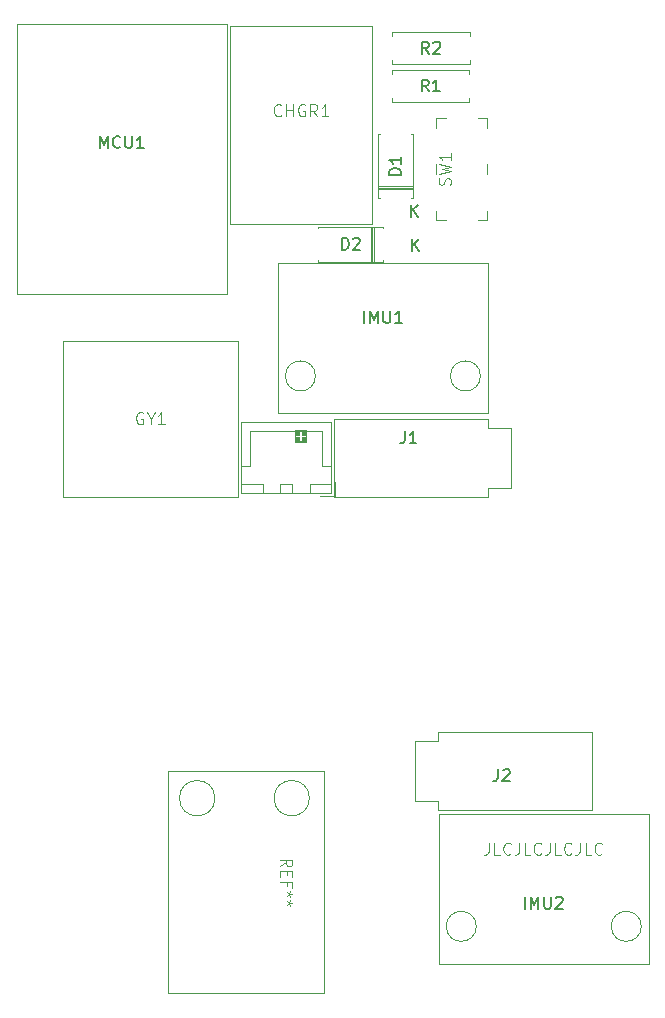
<source format=gto>
G04 #@! TF.GenerationSoftware,KiCad,Pcbnew,9.0.2*
G04 #@! TF.CreationDate,2025-07-09T02:03:57-04:00*
G04 #@! TF.ProjectId,FBT,4642542e-6b69-4636-9164-5f7063625858,rev?*
G04 #@! TF.SameCoordinates,Original*
G04 #@! TF.FileFunction,Legend,Top*
G04 #@! TF.FilePolarity,Positive*
%FSLAX46Y46*%
G04 Gerber Fmt 4.6, Leading zero omitted, Abs format (unit mm)*
G04 Created by KiCad (PCBNEW 9.0.2) date 2025-07-09 02:03:57*
%MOMM*%
%LPD*%
G01*
G04 APERTURE LIST*
%ADD10C,0.100000*%
%ADD11C,0.150000*%
%ADD12C,0.120000*%
G04 APERTURE END LIST*
D10*
X169989598Y-119272419D02*
X169989598Y-119986704D01*
X169989598Y-119986704D02*
X169941979Y-120129561D01*
X169941979Y-120129561D02*
X169846741Y-120224800D01*
X169846741Y-120224800D02*
X169703884Y-120272419D01*
X169703884Y-120272419D02*
X169608646Y-120272419D01*
X170941979Y-120272419D02*
X170465789Y-120272419D01*
X170465789Y-120272419D02*
X170465789Y-119272419D01*
X171846741Y-120177180D02*
X171799122Y-120224800D01*
X171799122Y-120224800D02*
X171656265Y-120272419D01*
X171656265Y-120272419D02*
X171561027Y-120272419D01*
X171561027Y-120272419D02*
X171418170Y-120224800D01*
X171418170Y-120224800D02*
X171322932Y-120129561D01*
X171322932Y-120129561D02*
X171275313Y-120034323D01*
X171275313Y-120034323D02*
X171227694Y-119843847D01*
X171227694Y-119843847D02*
X171227694Y-119700990D01*
X171227694Y-119700990D02*
X171275313Y-119510514D01*
X171275313Y-119510514D02*
X171322932Y-119415276D01*
X171322932Y-119415276D02*
X171418170Y-119320038D01*
X171418170Y-119320038D02*
X171561027Y-119272419D01*
X171561027Y-119272419D02*
X171656265Y-119272419D01*
X171656265Y-119272419D02*
X171799122Y-119320038D01*
X171799122Y-119320038D02*
X171846741Y-119367657D01*
X172561027Y-119272419D02*
X172561027Y-119986704D01*
X172561027Y-119986704D02*
X172513408Y-120129561D01*
X172513408Y-120129561D02*
X172418170Y-120224800D01*
X172418170Y-120224800D02*
X172275313Y-120272419D01*
X172275313Y-120272419D02*
X172180075Y-120272419D01*
X173513408Y-120272419D02*
X173037218Y-120272419D01*
X173037218Y-120272419D02*
X173037218Y-119272419D01*
X174418170Y-120177180D02*
X174370551Y-120224800D01*
X174370551Y-120224800D02*
X174227694Y-120272419D01*
X174227694Y-120272419D02*
X174132456Y-120272419D01*
X174132456Y-120272419D02*
X173989599Y-120224800D01*
X173989599Y-120224800D02*
X173894361Y-120129561D01*
X173894361Y-120129561D02*
X173846742Y-120034323D01*
X173846742Y-120034323D02*
X173799123Y-119843847D01*
X173799123Y-119843847D02*
X173799123Y-119700990D01*
X173799123Y-119700990D02*
X173846742Y-119510514D01*
X173846742Y-119510514D02*
X173894361Y-119415276D01*
X173894361Y-119415276D02*
X173989599Y-119320038D01*
X173989599Y-119320038D02*
X174132456Y-119272419D01*
X174132456Y-119272419D02*
X174227694Y-119272419D01*
X174227694Y-119272419D02*
X174370551Y-119320038D01*
X174370551Y-119320038D02*
X174418170Y-119367657D01*
X175132456Y-119272419D02*
X175132456Y-119986704D01*
X175132456Y-119986704D02*
X175084837Y-120129561D01*
X175084837Y-120129561D02*
X174989599Y-120224800D01*
X174989599Y-120224800D02*
X174846742Y-120272419D01*
X174846742Y-120272419D02*
X174751504Y-120272419D01*
X176084837Y-120272419D02*
X175608647Y-120272419D01*
X175608647Y-120272419D02*
X175608647Y-119272419D01*
X176989599Y-120177180D02*
X176941980Y-120224800D01*
X176941980Y-120224800D02*
X176799123Y-120272419D01*
X176799123Y-120272419D02*
X176703885Y-120272419D01*
X176703885Y-120272419D02*
X176561028Y-120224800D01*
X176561028Y-120224800D02*
X176465790Y-120129561D01*
X176465790Y-120129561D02*
X176418171Y-120034323D01*
X176418171Y-120034323D02*
X176370552Y-119843847D01*
X176370552Y-119843847D02*
X176370552Y-119700990D01*
X176370552Y-119700990D02*
X176418171Y-119510514D01*
X176418171Y-119510514D02*
X176465790Y-119415276D01*
X176465790Y-119415276D02*
X176561028Y-119320038D01*
X176561028Y-119320038D02*
X176703885Y-119272419D01*
X176703885Y-119272419D02*
X176799123Y-119272419D01*
X176799123Y-119272419D02*
X176941980Y-119320038D01*
X176941980Y-119320038D02*
X176989599Y-119367657D01*
X177703885Y-119272419D02*
X177703885Y-119986704D01*
X177703885Y-119986704D02*
X177656266Y-120129561D01*
X177656266Y-120129561D02*
X177561028Y-120224800D01*
X177561028Y-120224800D02*
X177418171Y-120272419D01*
X177418171Y-120272419D02*
X177322933Y-120272419D01*
X178656266Y-120272419D02*
X178180076Y-120272419D01*
X178180076Y-120272419D02*
X178180076Y-119272419D01*
X179561028Y-120177180D02*
X179513409Y-120224800D01*
X179513409Y-120224800D02*
X179370552Y-120272419D01*
X179370552Y-120272419D02*
X179275314Y-120272419D01*
X179275314Y-120272419D02*
X179132457Y-120224800D01*
X179132457Y-120224800D02*
X179037219Y-120129561D01*
X179037219Y-120129561D02*
X178989600Y-120034323D01*
X178989600Y-120034323D02*
X178941981Y-119843847D01*
X178941981Y-119843847D02*
X178941981Y-119700990D01*
X178941981Y-119700990D02*
X178989600Y-119510514D01*
X178989600Y-119510514D02*
X179037219Y-119415276D01*
X179037219Y-119415276D02*
X179132457Y-119320038D01*
X179132457Y-119320038D02*
X179275314Y-119272419D01*
X179275314Y-119272419D02*
X179370552Y-119272419D01*
X179370552Y-119272419D02*
X179513409Y-119320038D01*
X179513409Y-119320038D02*
X179561028Y-119367657D01*
G36*
X154623094Y-85429724D02*
G01*
X153546579Y-85429724D01*
X153546579Y-84872332D01*
X153657690Y-84872332D01*
X153657690Y-84910600D01*
X153684750Y-84937660D01*
X153703884Y-84941466D01*
X154034836Y-84941466D01*
X154034836Y-85272419D01*
X154038642Y-85291553D01*
X154065702Y-85318613D01*
X154103970Y-85318613D01*
X154131030Y-85291553D01*
X154134836Y-85272419D01*
X154134836Y-84941466D01*
X154465789Y-84941466D01*
X154484923Y-84937660D01*
X154511983Y-84910600D01*
X154511983Y-84872332D01*
X154484923Y-84845272D01*
X154465789Y-84841466D01*
X154134836Y-84841466D01*
X154134836Y-84510514D01*
X154131030Y-84491380D01*
X154103970Y-84464320D01*
X154065702Y-84464320D01*
X154038642Y-84491380D01*
X154034836Y-84510514D01*
X154034836Y-84841466D01*
X153703884Y-84841466D01*
X153684750Y-84845272D01*
X153657690Y-84872332D01*
X153546579Y-84872332D01*
X153546579Y-84353209D01*
X154623094Y-84353209D01*
X154623094Y-85429724D01*
G37*
X152409523Y-57662180D02*
X152361904Y-57709800D01*
X152361904Y-57709800D02*
X152219047Y-57757419D01*
X152219047Y-57757419D02*
X152123809Y-57757419D01*
X152123809Y-57757419D02*
X151980952Y-57709800D01*
X151980952Y-57709800D02*
X151885714Y-57614561D01*
X151885714Y-57614561D02*
X151838095Y-57519323D01*
X151838095Y-57519323D02*
X151790476Y-57328847D01*
X151790476Y-57328847D02*
X151790476Y-57185990D01*
X151790476Y-57185990D02*
X151838095Y-56995514D01*
X151838095Y-56995514D02*
X151885714Y-56900276D01*
X151885714Y-56900276D02*
X151980952Y-56805038D01*
X151980952Y-56805038D02*
X152123809Y-56757419D01*
X152123809Y-56757419D02*
X152219047Y-56757419D01*
X152219047Y-56757419D02*
X152361904Y-56805038D01*
X152361904Y-56805038D02*
X152409523Y-56852657D01*
X152838095Y-57757419D02*
X152838095Y-56757419D01*
X152838095Y-57233609D02*
X153409523Y-57233609D01*
X153409523Y-57757419D02*
X153409523Y-56757419D01*
X154409523Y-56805038D02*
X154314285Y-56757419D01*
X154314285Y-56757419D02*
X154171428Y-56757419D01*
X154171428Y-56757419D02*
X154028571Y-56805038D01*
X154028571Y-56805038D02*
X153933333Y-56900276D01*
X153933333Y-56900276D02*
X153885714Y-56995514D01*
X153885714Y-56995514D02*
X153838095Y-57185990D01*
X153838095Y-57185990D02*
X153838095Y-57328847D01*
X153838095Y-57328847D02*
X153885714Y-57519323D01*
X153885714Y-57519323D02*
X153933333Y-57614561D01*
X153933333Y-57614561D02*
X154028571Y-57709800D01*
X154028571Y-57709800D02*
X154171428Y-57757419D01*
X154171428Y-57757419D02*
X154266666Y-57757419D01*
X154266666Y-57757419D02*
X154409523Y-57709800D01*
X154409523Y-57709800D02*
X154457142Y-57662180D01*
X154457142Y-57662180D02*
X154457142Y-57328847D01*
X154457142Y-57328847D02*
X154266666Y-57328847D01*
X155457142Y-57757419D02*
X155123809Y-57281228D01*
X154885714Y-57757419D02*
X154885714Y-56757419D01*
X154885714Y-56757419D02*
X155266666Y-56757419D01*
X155266666Y-56757419D02*
X155361904Y-56805038D01*
X155361904Y-56805038D02*
X155409523Y-56852657D01*
X155409523Y-56852657D02*
X155457142Y-56947895D01*
X155457142Y-56947895D02*
X155457142Y-57090752D01*
X155457142Y-57090752D02*
X155409523Y-57185990D01*
X155409523Y-57185990D02*
X155361904Y-57233609D01*
X155361904Y-57233609D02*
X155266666Y-57281228D01*
X155266666Y-57281228D02*
X154885714Y-57281228D01*
X156409523Y-57757419D02*
X155838095Y-57757419D01*
X156123809Y-57757419D02*
X156123809Y-56757419D01*
X156123809Y-56757419D02*
X156028571Y-56900276D01*
X156028571Y-56900276D02*
X155933333Y-56995514D01*
X155933333Y-56995514D02*
X155838095Y-57043133D01*
D11*
X137066667Y-60454819D02*
X137066667Y-59454819D01*
X137066667Y-59454819D02*
X137400000Y-60169104D01*
X137400000Y-60169104D02*
X137733333Y-59454819D01*
X137733333Y-59454819D02*
X137733333Y-60454819D01*
X138780952Y-60359580D02*
X138733333Y-60407200D01*
X138733333Y-60407200D02*
X138590476Y-60454819D01*
X138590476Y-60454819D02*
X138495238Y-60454819D01*
X138495238Y-60454819D02*
X138352381Y-60407200D01*
X138352381Y-60407200D02*
X138257143Y-60311961D01*
X138257143Y-60311961D02*
X138209524Y-60216723D01*
X138209524Y-60216723D02*
X138161905Y-60026247D01*
X138161905Y-60026247D02*
X138161905Y-59883390D01*
X138161905Y-59883390D02*
X138209524Y-59692914D01*
X138209524Y-59692914D02*
X138257143Y-59597676D01*
X138257143Y-59597676D02*
X138352381Y-59502438D01*
X138352381Y-59502438D02*
X138495238Y-59454819D01*
X138495238Y-59454819D02*
X138590476Y-59454819D01*
X138590476Y-59454819D02*
X138733333Y-59502438D01*
X138733333Y-59502438D02*
X138780952Y-59550057D01*
X139209524Y-59454819D02*
X139209524Y-60264342D01*
X139209524Y-60264342D02*
X139257143Y-60359580D01*
X139257143Y-60359580D02*
X139304762Y-60407200D01*
X139304762Y-60407200D02*
X139400000Y-60454819D01*
X139400000Y-60454819D02*
X139590476Y-60454819D01*
X139590476Y-60454819D02*
X139685714Y-60407200D01*
X139685714Y-60407200D02*
X139733333Y-60359580D01*
X139733333Y-60359580D02*
X139780952Y-60264342D01*
X139780952Y-60264342D02*
X139780952Y-59454819D01*
X140780952Y-60454819D02*
X140209524Y-60454819D01*
X140495238Y-60454819D02*
X140495238Y-59454819D01*
X140495238Y-59454819D02*
X140400000Y-59597676D01*
X140400000Y-59597676D02*
X140304762Y-59692914D01*
X140304762Y-59692914D02*
X140209524Y-59740533D01*
X162554819Y-62728094D02*
X161554819Y-62728094D01*
X161554819Y-62728094D02*
X161554819Y-62489999D01*
X161554819Y-62489999D02*
X161602438Y-62347142D01*
X161602438Y-62347142D02*
X161697676Y-62251904D01*
X161697676Y-62251904D02*
X161792914Y-62204285D01*
X161792914Y-62204285D02*
X161983390Y-62156666D01*
X161983390Y-62156666D02*
X162126247Y-62156666D01*
X162126247Y-62156666D02*
X162316723Y-62204285D01*
X162316723Y-62204285D02*
X162411961Y-62251904D01*
X162411961Y-62251904D02*
X162507200Y-62347142D01*
X162507200Y-62347142D02*
X162554819Y-62489999D01*
X162554819Y-62489999D02*
X162554819Y-62728094D01*
X162554819Y-61204285D02*
X162554819Y-61775713D01*
X162554819Y-61489999D02*
X161554819Y-61489999D01*
X161554819Y-61489999D02*
X161697676Y-61585237D01*
X161697676Y-61585237D02*
X161792914Y-61680475D01*
X161792914Y-61680475D02*
X161840533Y-61775713D01*
X163438095Y-66254819D02*
X163438095Y-65254819D01*
X164009523Y-66254819D02*
X163580952Y-65683390D01*
X164009523Y-65254819D02*
X163438095Y-65826247D01*
X170766666Y-113054819D02*
X170766666Y-113769104D01*
X170766666Y-113769104D02*
X170719047Y-113911961D01*
X170719047Y-113911961D02*
X170623809Y-114007200D01*
X170623809Y-114007200D02*
X170480952Y-114054819D01*
X170480952Y-114054819D02*
X170385714Y-114054819D01*
X171195238Y-113150057D02*
X171242857Y-113102438D01*
X171242857Y-113102438D02*
X171338095Y-113054819D01*
X171338095Y-113054819D02*
X171576190Y-113054819D01*
X171576190Y-113054819D02*
X171671428Y-113102438D01*
X171671428Y-113102438D02*
X171719047Y-113150057D01*
X171719047Y-113150057D02*
X171766666Y-113245295D01*
X171766666Y-113245295D02*
X171766666Y-113340533D01*
X171766666Y-113340533D02*
X171719047Y-113483390D01*
X171719047Y-113483390D02*
X171147619Y-114054819D01*
X171147619Y-114054819D02*
X171766666Y-114054819D01*
X157551905Y-69054819D02*
X157551905Y-68054819D01*
X157551905Y-68054819D02*
X157790000Y-68054819D01*
X157790000Y-68054819D02*
X157932857Y-68102438D01*
X157932857Y-68102438D02*
X158028095Y-68197676D01*
X158028095Y-68197676D02*
X158075714Y-68292914D01*
X158075714Y-68292914D02*
X158123333Y-68483390D01*
X158123333Y-68483390D02*
X158123333Y-68626247D01*
X158123333Y-68626247D02*
X158075714Y-68816723D01*
X158075714Y-68816723D02*
X158028095Y-68911961D01*
X158028095Y-68911961D02*
X157932857Y-69007200D01*
X157932857Y-69007200D02*
X157790000Y-69054819D01*
X157790000Y-69054819D02*
X157551905Y-69054819D01*
X158504286Y-68150057D02*
X158551905Y-68102438D01*
X158551905Y-68102438D02*
X158647143Y-68054819D01*
X158647143Y-68054819D02*
X158885238Y-68054819D01*
X158885238Y-68054819D02*
X158980476Y-68102438D01*
X158980476Y-68102438D02*
X159028095Y-68150057D01*
X159028095Y-68150057D02*
X159075714Y-68245295D01*
X159075714Y-68245295D02*
X159075714Y-68340533D01*
X159075714Y-68340533D02*
X159028095Y-68483390D01*
X159028095Y-68483390D02*
X158456667Y-69054819D01*
X158456667Y-69054819D02*
X159075714Y-69054819D01*
X163478095Y-69154819D02*
X163478095Y-68154819D01*
X164049523Y-69154819D02*
X163620952Y-68583390D01*
X164049523Y-68154819D02*
X163478095Y-68726247D01*
X162866666Y-84454819D02*
X162866666Y-85169104D01*
X162866666Y-85169104D02*
X162819047Y-85311961D01*
X162819047Y-85311961D02*
X162723809Y-85407200D01*
X162723809Y-85407200D02*
X162580952Y-85454819D01*
X162580952Y-85454819D02*
X162485714Y-85454819D01*
X163866666Y-85454819D02*
X163295238Y-85454819D01*
X163580952Y-85454819D02*
X163580952Y-84454819D01*
X163580952Y-84454819D02*
X163485714Y-84597676D01*
X163485714Y-84597676D02*
X163390476Y-84692914D01*
X163390476Y-84692914D02*
X163295238Y-84740533D01*
D10*
X166709800Y-63583332D02*
X166757419Y-63440475D01*
X166757419Y-63440475D02*
X166757419Y-63202380D01*
X166757419Y-63202380D02*
X166709800Y-63107142D01*
X166709800Y-63107142D02*
X166662180Y-63059523D01*
X166662180Y-63059523D02*
X166566942Y-63011904D01*
X166566942Y-63011904D02*
X166471704Y-63011904D01*
X166471704Y-63011904D02*
X166376466Y-63059523D01*
X166376466Y-63059523D02*
X166328847Y-63107142D01*
X166328847Y-63107142D02*
X166281228Y-63202380D01*
X166281228Y-63202380D02*
X166233609Y-63392856D01*
X166233609Y-63392856D02*
X166185990Y-63488094D01*
X166185990Y-63488094D02*
X166138371Y-63535713D01*
X166138371Y-63535713D02*
X166043133Y-63583332D01*
X166043133Y-63583332D02*
X165947895Y-63583332D01*
X165947895Y-63583332D02*
X165852657Y-63535713D01*
X165852657Y-63535713D02*
X165805038Y-63488094D01*
X165805038Y-63488094D02*
X165757419Y-63392856D01*
X165757419Y-63392856D02*
X165757419Y-63154761D01*
X165757419Y-63154761D02*
X165805038Y-63011904D01*
X165757419Y-62678570D02*
X166757419Y-62440475D01*
X166757419Y-62440475D02*
X166043133Y-62249999D01*
X166043133Y-62249999D02*
X166757419Y-62059523D01*
X166757419Y-62059523D02*
X165757419Y-61821428D01*
X166757419Y-60916666D02*
X166757419Y-61488094D01*
X166757419Y-61202380D02*
X165757419Y-61202380D01*
X165757419Y-61202380D02*
X165900276Y-61297618D01*
X165900276Y-61297618D02*
X165995514Y-61392856D01*
X165995514Y-61392856D02*
X166043133Y-61488094D01*
X140687142Y-82885038D02*
X140591904Y-82837419D01*
X140591904Y-82837419D02*
X140449047Y-82837419D01*
X140449047Y-82837419D02*
X140306190Y-82885038D01*
X140306190Y-82885038D02*
X140210952Y-82980276D01*
X140210952Y-82980276D02*
X140163333Y-83075514D01*
X140163333Y-83075514D02*
X140115714Y-83265990D01*
X140115714Y-83265990D02*
X140115714Y-83408847D01*
X140115714Y-83408847D02*
X140163333Y-83599323D01*
X140163333Y-83599323D02*
X140210952Y-83694561D01*
X140210952Y-83694561D02*
X140306190Y-83789800D01*
X140306190Y-83789800D02*
X140449047Y-83837419D01*
X140449047Y-83837419D02*
X140544285Y-83837419D01*
X140544285Y-83837419D02*
X140687142Y-83789800D01*
X140687142Y-83789800D02*
X140734761Y-83742180D01*
X140734761Y-83742180D02*
X140734761Y-83408847D01*
X140734761Y-83408847D02*
X140544285Y-83408847D01*
X141353809Y-83361228D02*
X141353809Y-83837419D01*
X141020476Y-82837419D02*
X141353809Y-83361228D01*
X141353809Y-83361228D02*
X141687142Y-82837419D01*
X142544285Y-83837419D02*
X141972857Y-83837419D01*
X142258571Y-83837419D02*
X142258571Y-82837419D01*
X142258571Y-82837419D02*
X142163333Y-82980276D01*
X142163333Y-82980276D02*
X142068095Y-83075514D01*
X142068095Y-83075514D02*
X141972857Y-83123133D01*
D11*
X173048572Y-124854819D02*
X173048572Y-123854819D01*
X173524762Y-124854819D02*
X173524762Y-123854819D01*
X173524762Y-123854819D02*
X173858095Y-124569104D01*
X173858095Y-124569104D02*
X174191428Y-123854819D01*
X174191428Y-123854819D02*
X174191428Y-124854819D01*
X174667619Y-123854819D02*
X174667619Y-124664342D01*
X174667619Y-124664342D02*
X174715238Y-124759580D01*
X174715238Y-124759580D02*
X174762857Y-124807200D01*
X174762857Y-124807200D02*
X174858095Y-124854819D01*
X174858095Y-124854819D02*
X175048571Y-124854819D01*
X175048571Y-124854819D02*
X175143809Y-124807200D01*
X175143809Y-124807200D02*
X175191428Y-124759580D01*
X175191428Y-124759580D02*
X175239047Y-124664342D01*
X175239047Y-124664342D02*
X175239047Y-123854819D01*
X175667619Y-123950057D02*
X175715238Y-123902438D01*
X175715238Y-123902438D02*
X175810476Y-123854819D01*
X175810476Y-123854819D02*
X176048571Y-123854819D01*
X176048571Y-123854819D02*
X176143809Y-123902438D01*
X176143809Y-123902438D02*
X176191428Y-123950057D01*
X176191428Y-123950057D02*
X176239047Y-124045295D01*
X176239047Y-124045295D02*
X176239047Y-124140533D01*
X176239047Y-124140533D02*
X176191428Y-124283390D01*
X176191428Y-124283390D02*
X175620000Y-124854819D01*
X175620000Y-124854819D02*
X176239047Y-124854819D01*
D10*
X152342580Y-121272666D02*
X152818771Y-120939333D01*
X152342580Y-120701238D02*
X153342580Y-120701238D01*
X153342580Y-120701238D02*
X153342580Y-121082190D01*
X153342580Y-121082190D02*
X153294961Y-121177428D01*
X153294961Y-121177428D02*
X153247342Y-121225047D01*
X153247342Y-121225047D02*
X153152104Y-121272666D01*
X153152104Y-121272666D02*
X153009247Y-121272666D01*
X153009247Y-121272666D02*
X152914009Y-121225047D01*
X152914009Y-121225047D02*
X152866390Y-121177428D01*
X152866390Y-121177428D02*
X152818771Y-121082190D01*
X152818771Y-121082190D02*
X152818771Y-120701238D01*
X152866390Y-121701238D02*
X152866390Y-122034571D01*
X152342580Y-122177428D02*
X152342580Y-121701238D01*
X152342580Y-121701238D02*
X153342580Y-121701238D01*
X153342580Y-121701238D02*
X153342580Y-122177428D01*
X152866390Y-122939333D02*
X152866390Y-122606000D01*
X152342580Y-122606000D02*
X153342580Y-122606000D01*
X153342580Y-122606000D02*
X153342580Y-123082190D01*
X153342580Y-123606000D02*
X153104485Y-123606000D01*
X153199723Y-123367905D02*
X153104485Y-123606000D01*
X153104485Y-123606000D02*
X153199723Y-123844095D01*
X152914009Y-123463143D02*
X153104485Y-123606000D01*
X153104485Y-123606000D02*
X152914009Y-123748857D01*
X153342580Y-124367905D02*
X153104485Y-124367905D01*
X153199723Y-124129810D02*
X153104485Y-124367905D01*
X153104485Y-124367905D02*
X153199723Y-124606000D01*
X152914009Y-124225048D02*
X153104485Y-124367905D01*
X153104485Y-124367905D02*
X152914009Y-124510762D01*
D11*
X159448572Y-75264819D02*
X159448572Y-74264819D01*
X159924762Y-75264819D02*
X159924762Y-74264819D01*
X159924762Y-74264819D02*
X160258095Y-74979104D01*
X160258095Y-74979104D02*
X160591428Y-74264819D01*
X160591428Y-74264819D02*
X160591428Y-75264819D01*
X161067619Y-74264819D02*
X161067619Y-75074342D01*
X161067619Y-75074342D02*
X161115238Y-75169580D01*
X161115238Y-75169580D02*
X161162857Y-75217200D01*
X161162857Y-75217200D02*
X161258095Y-75264819D01*
X161258095Y-75264819D02*
X161448571Y-75264819D01*
X161448571Y-75264819D02*
X161543809Y-75217200D01*
X161543809Y-75217200D02*
X161591428Y-75169580D01*
X161591428Y-75169580D02*
X161639047Y-75074342D01*
X161639047Y-75074342D02*
X161639047Y-74264819D01*
X162639047Y-75264819D02*
X162067619Y-75264819D01*
X162353333Y-75264819D02*
X162353333Y-74264819D01*
X162353333Y-74264819D02*
X162258095Y-74407676D01*
X162258095Y-74407676D02*
X162162857Y-74502914D01*
X162162857Y-74502914D02*
X162067619Y-74550533D01*
X164893333Y-55654819D02*
X164560000Y-55178628D01*
X164321905Y-55654819D02*
X164321905Y-54654819D01*
X164321905Y-54654819D02*
X164702857Y-54654819D01*
X164702857Y-54654819D02*
X164798095Y-54702438D01*
X164798095Y-54702438D02*
X164845714Y-54750057D01*
X164845714Y-54750057D02*
X164893333Y-54845295D01*
X164893333Y-54845295D02*
X164893333Y-54988152D01*
X164893333Y-54988152D02*
X164845714Y-55083390D01*
X164845714Y-55083390D02*
X164798095Y-55131009D01*
X164798095Y-55131009D02*
X164702857Y-55178628D01*
X164702857Y-55178628D02*
X164321905Y-55178628D01*
X165845714Y-55654819D02*
X165274286Y-55654819D01*
X165560000Y-55654819D02*
X165560000Y-54654819D01*
X165560000Y-54654819D02*
X165464762Y-54797676D01*
X165464762Y-54797676D02*
X165369524Y-54892914D01*
X165369524Y-54892914D02*
X165274286Y-54940533D01*
X164923333Y-52454819D02*
X164590000Y-51978628D01*
X164351905Y-52454819D02*
X164351905Y-51454819D01*
X164351905Y-51454819D02*
X164732857Y-51454819D01*
X164732857Y-51454819D02*
X164828095Y-51502438D01*
X164828095Y-51502438D02*
X164875714Y-51550057D01*
X164875714Y-51550057D02*
X164923333Y-51645295D01*
X164923333Y-51645295D02*
X164923333Y-51788152D01*
X164923333Y-51788152D02*
X164875714Y-51883390D01*
X164875714Y-51883390D02*
X164828095Y-51931009D01*
X164828095Y-51931009D02*
X164732857Y-51978628D01*
X164732857Y-51978628D02*
X164351905Y-51978628D01*
X165304286Y-51550057D02*
X165351905Y-51502438D01*
X165351905Y-51502438D02*
X165447143Y-51454819D01*
X165447143Y-51454819D02*
X165685238Y-51454819D01*
X165685238Y-51454819D02*
X165780476Y-51502438D01*
X165780476Y-51502438D02*
X165828095Y-51550057D01*
X165828095Y-51550057D02*
X165875714Y-51645295D01*
X165875714Y-51645295D02*
X165875714Y-51740533D01*
X165875714Y-51740533D02*
X165828095Y-51883390D01*
X165828095Y-51883390D02*
X165256667Y-52454819D01*
X165256667Y-52454819D02*
X165875714Y-52454819D01*
D10*
X160100000Y-50100000D02*
X148100000Y-50100000D01*
X148100000Y-66900000D01*
X160100000Y-66900000D01*
X160100000Y-50100000D01*
D12*
X130006004Y-49991392D02*
X147786004Y-49991392D01*
X147786004Y-72851392D01*
X130006004Y-72851392D01*
X130006004Y-49991392D01*
X160630000Y-59270000D02*
X160760000Y-59270000D01*
X160630000Y-63690000D02*
X163570000Y-63690000D01*
X160630000Y-63810000D02*
X163570000Y-63810000D01*
X160630000Y-63930000D02*
X163570000Y-63930000D01*
X160630000Y-64710000D02*
X160630000Y-59270000D01*
X160760000Y-64710000D02*
X160630000Y-64710000D01*
X163440000Y-64710000D02*
X163570000Y-64710000D01*
X163570000Y-59270000D02*
X163440000Y-59270000D01*
X163570000Y-64710000D02*
X163570000Y-59270000D01*
X163700000Y-110700000D02*
X165700000Y-110700000D01*
X163700000Y-111000000D02*
X163700000Y-110700000D01*
X163700000Y-111000000D02*
X163700000Y-115700000D01*
X163700000Y-115700000D02*
X165700000Y-115700000D01*
X165700000Y-109900000D02*
X178700000Y-109900000D01*
X165700000Y-110700000D02*
X165700000Y-109900000D01*
X165700000Y-115700000D02*
X165700000Y-116500000D01*
X165700000Y-116500000D02*
X178700000Y-116500000D01*
X178700000Y-109900000D02*
X178700000Y-116500000D01*
X155570000Y-67130000D02*
X155570000Y-67260000D01*
X155570000Y-70070000D02*
X155570000Y-69940000D01*
X159990000Y-70070000D02*
X159990000Y-67130000D01*
X160110000Y-70070000D02*
X160110000Y-67130000D01*
X160230000Y-70070000D02*
X160230000Y-67130000D01*
X161010000Y-67130000D02*
X155570000Y-67130000D01*
X161010000Y-67260000D02*
X161010000Y-67130000D01*
X161010000Y-69940000D02*
X161010000Y-70070000D01*
X161010000Y-70070000D02*
X155570000Y-70070000D01*
X156905000Y-90000000D02*
X156905000Y-83400000D01*
X169905000Y-83400000D02*
X156905000Y-83400000D01*
X169905000Y-84200000D02*
X169905000Y-83400000D01*
X169905000Y-89200000D02*
X169905000Y-90000000D01*
X169905000Y-90000000D02*
X156905000Y-90000000D01*
X171905000Y-84200000D02*
X169905000Y-84200000D01*
X171905000Y-88900000D02*
X171905000Y-84200000D01*
X171905000Y-88900000D02*
X171905000Y-89200000D01*
X171905000Y-89200000D02*
X169905000Y-89200000D01*
D10*
X165550000Y-57950000D02*
X165550000Y-58750000D01*
X165550000Y-57950000D02*
X166350000Y-57950000D01*
X165550000Y-62650000D02*
X165550000Y-61850000D01*
X165550000Y-66550000D02*
X165550000Y-65750000D01*
X165550000Y-66550000D02*
X166350000Y-66550000D01*
X169850000Y-57950000D02*
X169050000Y-57950000D01*
X169850000Y-57950000D02*
X169850000Y-58750000D01*
X169850000Y-61850000D02*
X169850000Y-62650000D01*
X169850000Y-66550000D02*
X169050000Y-66550000D01*
X169850000Y-66550000D02*
X169850000Y-65750000D01*
D12*
X149040000Y-83690000D02*
X149040000Y-89660000D01*
X149040000Y-89660000D02*
X156660000Y-89660000D01*
X149050000Y-87400000D02*
X149800000Y-87400000D01*
X149050000Y-88900000D02*
X149050000Y-89650000D01*
X149050000Y-89650000D02*
X150850000Y-89650000D01*
X149800000Y-84450000D02*
X152850000Y-84450000D01*
X149800000Y-87400000D02*
X149800000Y-84450000D01*
X150850000Y-88900000D02*
X149050000Y-88900000D01*
X150850000Y-89650000D02*
X150850000Y-88900000D01*
X152350000Y-88900000D02*
X152350000Y-89650000D01*
X152350000Y-89650000D02*
X153350000Y-89650000D01*
X153350000Y-88900000D02*
X152350000Y-88900000D01*
X153350000Y-89650000D02*
X153350000Y-88900000D01*
X154850000Y-88900000D02*
X154850000Y-89650000D01*
X154850000Y-89650000D02*
X156650000Y-89650000D01*
X155700000Y-89950000D02*
X156950000Y-89950000D01*
X155900000Y-84450000D02*
X152850000Y-84450000D01*
X155900000Y-87400000D02*
X155900000Y-84450000D01*
X156650000Y-87400000D02*
X155900000Y-87400000D01*
X156650000Y-88900000D02*
X154850000Y-88900000D01*
X156650000Y-89650000D02*
X156650000Y-88900000D01*
X156660000Y-83690000D02*
X149040000Y-83690000D01*
X156660000Y-89660000D02*
X156660000Y-83690000D01*
X156950000Y-89950000D02*
X156950000Y-88700000D01*
X148724000Y-90004000D02*
X133936000Y-90004000D01*
X133936000Y-76756000D01*
X148724000Y-76756000D01*
X148724000Y-90004000D01*
X183530000Y-116830000D02*
X165750000Y-116830000D01*
X165750000Y-129530000D01*
X183530000Y-129530000D01*
X183530000Y-116830000D01*
X168925000Y-126355000D02*
G75*
G02*
X166385000Y-126355000I-1270000J0D01*
G01*
X166385000Y-126355000D02*
G75*
G02*
X168925000Y-126355000I1270000J0D01*
G01*
X182895000Y-126355000D02*
G75*
G02*
X180355000Y-126355000I-1270000J0D01*
G01*
X180355000Y-126355000D02*
G75*
G02*
X182895000Y-126355000I1270000J0D01*
G01*
X156048000Y-132000000D02*
X142800000Y-132000000D01*
X142800000Y-113212000D01*
X156048000Y-113212000D01*
X156048000Y-132000000D01*
D10*
X146800000Y-115500000D02*
G75*
G02*
X143800000Y-115500000I-1500000J0D01*
G01*
X143800000Y-115500000D02*
G75*
G02*
X146800000Y-115500000I1500000J0D01*
G01*
X154800000Y-115500000D02*
G75*
G02*
X151800000Y-115500000I-1500000J0D01*
G01*
X151800000Y-115500000D02*
G75*
G02*
X154800000Y-115500000I1500000J0D01*
G01*
D12*
X169910000Y-70230000D02*
X152130000Y-70230000D01*
X152130000Y-82930000D01*
X169910000Y-82930000D01*
X169910000Y-70230000D01*
X155305000Y-79755000D02*
G75*
G02*
X152765000Y-79755000I-1270000J0D01*
G01*
X152765000Y-79755000D02*
G75*
G02*
X155305000Y-79755000I1270000J0D01*
G01*
X169275000Y-79755000D02*
G75*
G02*
X166735000Y-79755000I-1270000J0D01*
G01*
X166735000Y-79755000D02*
G75*
G02*
X169275000Y-79755000I1270000J0D01*
G01*
X161790000Y-53830000D02*
X161790000Y-54160000D01*
X161790000Y-56570000D02*
X161790000Y-56240000D01*
X168330000Y-53830000D02*
X161790000Y-53830000D01*
X168330000Y-54160000D02*
X168330000Y-53830000D01*
X168330000Y-56240000D02*
X168330000Y-56570000D01*
X168330000Y-56570000D02*
X161790000Y-56570000D01*
X161820000Y-50630000D02*
X168360000Y-50630000D01*
X161820000Y-50960000D02*
X161820000Y-50630000D01*
X161820000Y-53040000D02*
X161820000Y-53370000D01*
X161820000Y-53370000D02*
X168360000Y-53370000D01*
X168360000Y-50630000D02*
X168360000Y-50960000D01*
X168360000Y-53370000D02*
X168360000Y-53040000D01*
M02*

</source>
